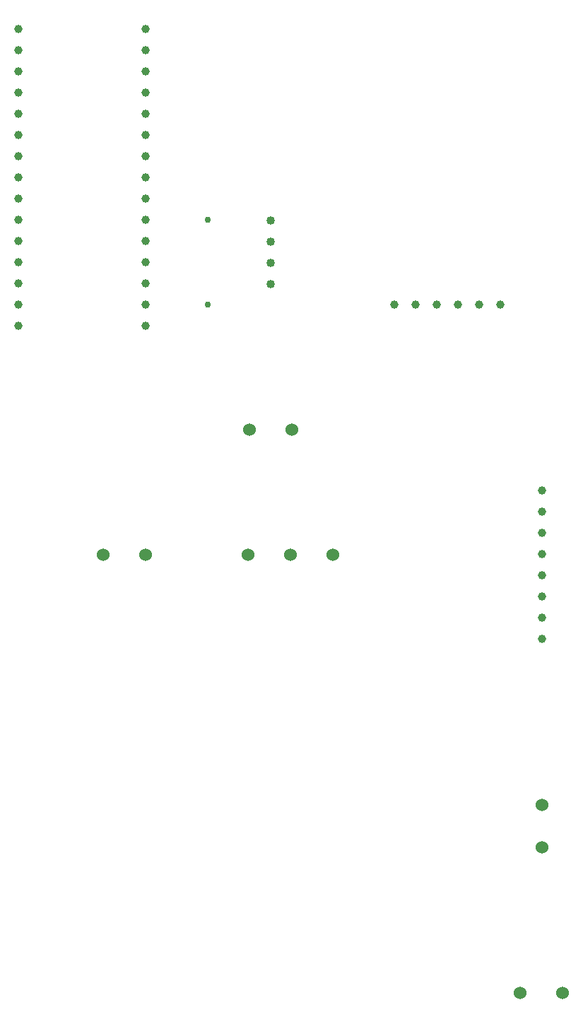
<source format=gbr>
G04 PROTEUS GERBER X2 FILE*
%TF.GenerationSoftware,Labcenter,Proteus,8.10-SP3-Build29560*%
%TF.CreationDate,2022-02-24T20:56:41+00:00*%
%TF.FileFunction,Plated,1,2,PTH*%
%TF.FilePolarity,Positive*%
%TF.Part,Single*%
%TF.SameCoordinates,{e0c8fd6e-37dc-4a7a-b3f3-70e9e95a6a86}*%
%FSLAX45Y45*%
%MOMM*%
G01*
%TA.AperFunction,ComponentDrill*%
%ADD35C,1.000000*%
%TA.AperFunction,ComponentDrill*%
%ADD36C,1.524000*%
%ADD37C,0.762000*%
%TA.AperFunction,ComponentDrill*%
%ADD38C,1.016000*%
%TD.AperFunction*%
D35*
X-7750000Y+6250000D03*
X-7750000Y+6504000D03*
X-7750000Y+6758000D03*
X-7750000Y+7012000D03*
X-7750000Y+7266000D03*
X-7750000Y+7520000D03*
X-7750000Y+7774000D03*
X-7750000Y+8028000D03*
X-7750000Y+8282000D03*
X-7750000Y+8536000D03*
X-7750000Y+8790000D03*
X-7750000Y+9044000D03*
X-7750000Y+9298000D03*
X-7750000Y+9552000D03*
X-7750000Y+9806000D03*
X-9274000Y+9806000D03*
X-9274000Y+9552000D03*
X-9274000Y+9298000D03*
X-9274000Y+9044000D03*
X-9274000Y+8790000D03*
X-9274000Y+8536000D03*
X-9274000Y+8282000D03*
X-9274000Y+8028000D03*
X-9274000Y+7774000D03*
X-9274000Y+7520000D03*
X-9274000Y+7266000D03*
X-9274000Y+7012000D03*
X-9274000Y+6758000D03*
X-9274000Y+6504000D03*
X-9274000Y+6250000D03*
X-3500000Y+6500000D03*
X-3754000Y+6500000D03*
X-4008000Y+6500000D03*
X-4262000Y+6500000D03*
X-4516000Y+6500000D03*
X-4770000Y+6500000D03*
D36*
X-3000000Y+0D03*
X-3000000Y+508000D03*
X-7750000Y+3500000D03*
X-8258000Y+3500000D03*
X-5500000Y+3500000D03*
X-6008000Y+3500000D03*
X-6516000Y+3500000D03*
X-3258000Y-1750000D03*
X-2750000Y-1750000D03*
D37*
X-7000000Y+6500000D03*
X-7000000Y+7516000D03*
D38*
X-6250000Y+7512000D03*
X-6250000Y+7258000D03*
X-6250000Y+7004000D03*
X-6250000Y+6750000D03*
D35*
X-3000000Y+4278000D03*
X-3000000Y+4024000D03*
X-3000000Y+3770000D03*
X-3000000Y+3516000D03*
X-3000000Y+3262000D03*
X-3000000Y+3008000D03*
X-3000000Y+2754000D03*
X-3000000Y+2500000D03*
D36*
X-6500000Y+5000000D03*
X-5992000Y+5000000D03*
M02*

</source>
